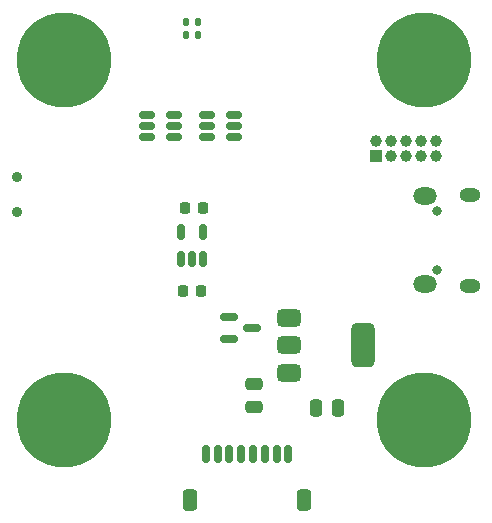
<source format=gbr>
%TF.GenerationSoftware,KiCad,Pcbnew,9.0.1*%
%TF.CreationDate,2025-06-10T20:36:17-04:00*%
%TF.ProjectId,STM32_FlightController,53544d33-325f-4466-9c69-676874436f6e,rev?*%
%TF.SameCoordinates,Original*%
%TF.FileFunction,Soldermask,Bot*%
%TF.FilePolarity,Negative*%
%FSLAX46Y46*%
G04 Gerber Fmt 4.6, Leading zero omitted, Abs format (unit mm)*
G04 Created by KiCad (PCBNEW 9.0.1) date 2025-06-10 20:36:17*
%MOMM*%
%LPD*%
G01*
G04 APERTURE LIST*
G04 Aperture macros list*
%AMRoundRect*
0 Rectangle with rounded corners*
0 $1 Rounding radius*
0 $2 $3 $4 $5 $6 $7 $8 $9 X,Y pos of 4 corners*
0 Add a 4 corners polygon primitive as box body*
4,1,4,$2,$3,$4,$5,$6,$7,$8,$9,$2,$3,0*
0 Add four circle primitives for the rounded corners*
1,1,$1+$1,$2,$3*
1,1,$1+$1,$4,$5*
1,1,$1+$1,$6,$7*
1,1,$1+$1,$8,$9*
0 Add four rect primitives between the rounded corners*
20,1,$1+$1,$2,$3,$4,$5,0*
20,1,$1+$1,$4,$5,$6,$7,0*
20,1,$1+$1,$6,$7,$8,$9,0*
20,1,$1+$1,$8,$9,$2,$3,0*%
G04 Aperture macros list end*
%ADD10O,0.800000X0.800000*%
%ADD11O,1.800000X1.150000*%
%ADD12O,2.000000X1.450000*%
%ADD13C,0.900000*%
%ADD14C,8.000000*%
%ADD15R,1.000000X1.000000*%
%ADD16C,1.000000*%
%ADD17RoundRect,0.150000X0.150000X0.625000X-0.150000X0.625000X-0.150000X-0.625000X0.150000X-0.625000X0*%
%ADD18RoundRect,0.250000X0.350000X0.650000X-0.350000X0.650000X-0.350000X-0.650000X0.350000X-0.650000X0*%
%ADD19RoundRect,0.250000X0.250000X0.475000X-0.250000X0.475000X-0.250000X-0.475000X0.250000X-0.475000X0*%
%ADD20RoundRect,0.225000X0.225000X0.250000X-0.225000X0.250000X-0.225000X-0.250000X0.225000X-0.250000X0*%
%ADD21RoundRect,0.135000X-0.135000X-0.185000X0.135000X-0.185000X0.135000X0.185000X-0.135000X0.185000X0*%
%ADD22RoundRect,0.150000X-0.512500X-0.150000X0.512500X-0.150000X0.512500X0.150000X-0.512500X0.150000X0*%
%ADD23RoundRect,0.250000X-0.475000X0.250000X-0.475000X-0.250000X0.475000X-0.250000X0.475000X0.250000X0*%
%ADD24RoundRect,0.150000X-0.587500X-0.150000X0.587500X-0.150000X0.587500X0.150000X-0.587500X0.150000X0*%
%ADD25RoundRect,0.375000X-0.625000X-0.375000X0.625000X-0.375000X0.625000X0.375000X-0.625000X0.375000X0*%
%ADD26RoundRect,0.500000X-0.500000X-1.400000X0.500000X-1.400000X0.500000X1.400000X-0.500000X1.400000X0*%
%ADD27RoundRect,0.150000X0.150000X-0.512500X0.150000X0.512500X-0.150000X0.512500X-0.150000X-0.512500X0*%
%ADD28RoundRect,0.135000X0.135000X0.185000X-0.135000X0.185000X-0.135000X-0.185000X0.135000X-0.185000X0*%
G04 APERTURE END LIST*
D10*
%TO.C,J1*%
X52107500Y-37987500D03*
X52107500Y-32987500D03*
D11*
X54857500Y-39362500D03*
D12*
X51057500Y-39212500D03*
X51057500Y-31762500D03*
D11*
X54857500Y-31612500D03*
%TD*%
D13*
%TO.C,SW2*%
X16532500Y-30087500D03*
X16532500Y-33087500D03*
%TD*%
D14*
%TO.C,H1*%
X20512500Y-20212500D03*
%TD*%
%TO.C,H3*%
X20512500Y-50712500D03*
%TD*%
%TO.C,H4*%
X51012500Y-50712500D03*
%TD*%
%TO.C,H2*%
X51012500Y-20212500D03*
%TD*%
D15*
%TO.C,J5*%
X46937500Y-28357500D03*
D16*
X46937500Y-27087500D03*
X48207500Y-28357500D03*
X48207500Y-27087500D03*
X49477500Y-28357500D03*
X49477500Y-27087500D03*
X50747500Y-28357500D03*
X50747500Y-27087500D03*
X52017500Y-28357500D03*
X52017500Y-27087500D03*
%TD*%
D17*
%TO.C,J2*%
X39512500Y-53587500D03*
X38512500Y-53587500D03*
X37512500Y-53587500D03*
X36512500Y-53587500D03*
X35512500Y-53587500D03*
X34512500Y-53587500D03*
X33512500Y-53587500D03*
X32512500Y-53587500D03*
D18*
X40812500Y-57462500D03*
X31212500Y-57462500D03*
%TD*%
D19*
%TO.C,C20*%
X43712500Y-49687500D03*
X41812500Y-49687500D03*
%TD*%
D20*
%TO.C,C18*%
X32312500Y-32737500D03*
X30762500Y-32737500D03*
%TD*%
D21*
%TO.C,R4*%
X30852500Y-18087500D03*
X31872500Y-18087500D03*
%TD*%
D22*
%TO.C,U1*%
X32637500Y-26762500D03*
X32637500Y-25812500D03*
X32637500Y-24862500D03*
X34912500Y-24862500D03*
X34912500Y-25812500D03*
X34912500Y-26762500D03*
%TD*%
%TO.C,U8*%
X27537500Y-26762500D03*
X27537500Y-25812500D03*
X27537500Y-24862500D03*
X29812500Y-24862500D03*
X29812500Y-25812500D03*
X29812500Y-26762500D03*
%TD*%
D23*
%TO.C,C19*%
X36562500Y-47687500D03*
X36562500Y-49587500D03*
%TD*%
D24*
%TO.C,D1*%
X34512500Y-43837500D03*
X34512500Y-41937500D03*
X36387500Y-42887500D03*
%TD*%
D25*
%TO.C,U5*%
X39562500Y-46687500D03*
X39562500Y-44387500D03*
D26*
X45862500Y-44387500D03*
D25*
X39562500Y-42087500D03*
%TD*%
D27*
%TO.C,U6*%
X32312500Y-37025000D03*
X31362500Y-37025000D03*
X30412500Y-37025000D03*
X30412500Y-34750000D03*
X32312500Y-34750000D03*
%TD*%
D20*
%TO.C,C17*%
X32112500Y-39750000D03*
X30562500Y-39750000D03*
%TD*%
D28*
%TO.C,R3*%
X31872500Y-16987500D03*
X30852500Y-16987500D03*
%TD*%
M02*

</source>
